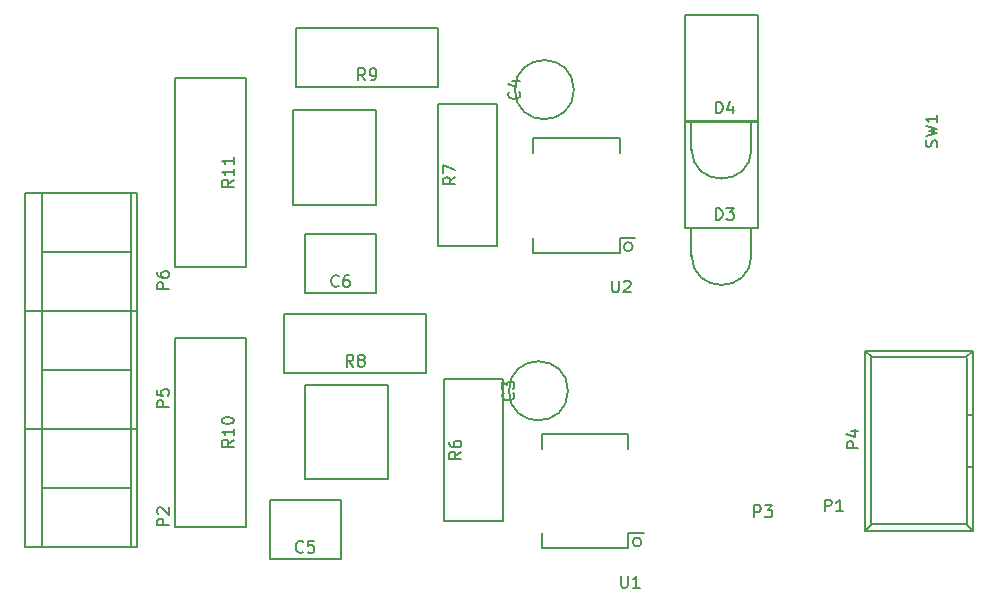
<source format=gto>
G04 #@! TF.FileFunction,Legend,Top*
%FSLAX46Y46*%
G04 Gerber Fmt 4.6, Leading zero omitted, Abs format (unit mm)*
G04 Created by KiCad (PCBNEW 4.0.4+dfsg1-stable) date Sun Feb  5 14:29:14 2017*
%MOMM*%
%LPD*%
G01*
G04 APERTURE LIST*
%ADD10C,0.100000*%
%ADD11C,0.150000*%
G04 APERTURE END LIST*
D10*
D11*
X72166000Y18652000D02*
X72166000Y4428000D01*
X71658000Y19160000D02*
X71658000Y3920000D01*
X80294000Y4428000D02*
X80294000Y18525000D01*
X80802000Y3920000D02*
X80802000Y19160000D01*
X80294000Y9340000D02*
X80745000Y9340000D01*
X80294000Y13740000D02*
X80780000Y13740000D01*
X71680000Y3920000D02*
X80780000Y3920000D01*
X72230000Y4460000D02*
X80230000Y4460000D01*
X71680000Y19160000D02*
X80780000Y19160000D01*
X72230000Y18600000D02*
X80230000Y18600000D01*
X71680000Y3920000D02*
X72230000Y4460000D01*
X71680000Y19160000D02*
X72230000Y18600000D01*
X80780000Y3920000D02*
X80230000Y4460000D01*
X80780000Y19160000D02*
X80230000Y18600000D01*
X56960000Y36130000D02*
X56960000Y38543000D01*
X62040000Y38543000D02*
X62040000Y36130000D01*
X56960000Y36257000D02*
G75*
G03X62040000Y36257000I2540000J0D01*
G01*
X62611500Y47560000D02*
X62611500Y38543000D01*
X62611500Y38543000D02*
X56388500Y38543000D01*
X56388500Y47560000D02*
X56388500Y38543000D01*
X56388500Y47560000D02*
X62611500Y47560000D01*
X46500000Y15750000D02*
G75*
G03X46500000Y15750000I-2500000J0D01*
G01*
X47000000Y41250000D02*
G75*
G03X47000000Y41250000I-2500000J0D01*
G01*
X21250000Y1500000D02*
X27250000Y1500000D01*
X27250000Y1500000D02*
X27250000Y6500000D01*
X27250000Y6500000D02*
X21250000Y6500000D01*
X21250000Y6500000D02*
X21250000Y1500000D01*
X24250000Y24000000D02*
X30250000Y24000000D01*
X30250000Y24000000D02*
X30250000Y29000000D01*
X30250000Y29000000D02*
X24250000Y29000000D01*
X24250000Y29000000D02*
X24250000Y24000000D01*
X2000000Y7500000D02*
X9500000Y7500000D01*
X9500000Y2500000D02*
X9500000Y12500000D01*
X2000000Y2500000D02*
X2000000Y12500000D01*
X6000000Y2500000D02*
X10000000Y2500000D01*
X10000000Y2500000D02*
X10000000Y12500000D01*
X10000000Y12500000D02*
X6000000Y12500000D01*
X6000000Y12500000D02*
X500000Y12500000D01*
X500000Y12500000D02*
X500000Y2500000D01*
X500000Y2500000D02*
X6000000Y2500000D01*
X2000000Y17500000D02*
X9500000Y17500000D01*
X9500000Y12500000D02*
X9500000Y22500000D01*
X2000000Y12500000D02*
X2000000Y22500000D01*
X6000000Y12500000D02*
X10000000Y12500000D01*
X10000000Y12500000D02*
X10000000Y22500000D01*
X10000000Y22500000D02*
X6000000Y22500000D01*
X6000000Y22500000D02*
X500000Y22500000D01*
X500000Y22500000D02*
X500000Y12500000D01*
X500000Y12500000D02*
X6000000Y12500000D01*
X2000000Y27500000D02*
X9500000Y27500000D01*
X9500000Y22500000D02*
X9500000Y32500000D01*
X2000000Y22500000D02*
X2000000Y32500000D01*
X6000000Y22500000D02*
X10000000Y22500000D01*
X10000000Y22500000D02*
X10000000Y32500000D01*
X10000000Y32500000D02*
X6000000Y32500000D01*
X6000000Y32500000D02*
X500000Y32500000D01*
X500000Y32500000D02*
X500000Y22500000D01*
X500000Y22500000D02*
X6000000Y22500000D01*
X36000000Y16750000D02*
X36000000Y4750000D01*
X36000000Y4750000D02*
X41000000Y4750000D01*
X41000000Y4750000D02*
X41000000Y16750000D01*
X41000000Y16750000D02*
X36000000Y16750000D01*
X35500000Y40000000D02*
X35500000Y28000000D01*
X35500000Y28000000D02*
X40500000Y28000000D01*
X40500000Y28000000D02*
X40500000Y40000000D01*
X40500000Y40000000D02*
X35500000Y40000000D01*
X22500000Y17250000D02*
X34500000Y17250000D01*
X34500000Y17250000D02*
X34500000Y22250000D01*
X34500000Y22250000D02*
X22500000Y22250000D01*
X22500000Y22250000D02*
X22500000Y17250000D01*
X23500000Y41500000D02*
X35500000Y41500000D01*
X35500000Y41500000D02*
X35500000Y46500000D01*
X35500000Y46500000D02*
X23500000Y46500000D01*
X23500000Y46500000D02*
X23500000Y41500000D01*
X19250000Y4250000D02*
X19250000Y20250000D01*
X19250000Y20250000D02*
X13250000Y20250000D01*
X13250000Y20250000D02*
X13250000Y4250000D01*
X13250000Y4250000D02*
X19250000Y4250000D01*
X19250000Y26250000D02*
X19250000Y42250000D01*
X19250000Y42250000D02*
X13250000Y42250000D01*
X13250000Y42250000D02*
X13250000Y26250000D01*
X13250000Y26250000D02*
X19250000Y26250000D01*
X52730789Y2950000D02*
G75*
G03X52730789Y2950000I-380789J0D01*
G01*
X51615000Y2455000D02*
X51615000Y3725000D01*
X44265000Y2455000D02*
X44265000Y3725000D01*
X44265000Y12125000D02*
X44265000Y10855000D01*
X51615000Y12125000D02*
X51615000Y10855000D01*
X51615000Y2455000D02*
X44265000Y2455000D01*
X51615000Y12125000D02*
X44265000Y12125000D01*
X51615000Y3725000D02*
X52900000Y3725000D01*
X51980789Y27950000D02*
G75*
G03X51980789Y27950000I-380789J0D01*
G01*
X50865000Y27455000D02*
X50865000Y28725000D01*
X43515000Y27455000D02*
X43515000Y28725000D01*
X43515000Y37125000D02*
X43515000Y35855000D01*
X50865000Y37125000D02*
X50865000Y35855000D01*
X50865000Y27455000D02*
X43515000Y27455000D01*
X50865000Y37125000D02*
X43515000Y37125000D01*
X50865000Y28725000D02*
X52150000Y28725000D01*
X24250000Y16250000D02*
X31250000Y16250000D01*
X31250000Y16250000D02*
X31250000Y8250000D01*
X31250000Y8250000D02*
X24250000Y8250000D01*
X24250000Y8250000D02*
X24250000Y16250000D01*
X23250000Y39500000D02*
X30250000Y39500000D01*
X30250000Y39500000D02*
X30250000Y31500000D01*
X30250000Y31500000D02*
X23250000Y31500000D01*
X23250000Y31500000D02*
X23250000Y39500000D01*
X56960000Y27130000D02*
X56960000Y29543000D01*
X62040000Y29543000D02*
X62040000Y27130000D01*
X56960000Y27257000D02*
G75*
G03X62040000Y27257000I2540000J0D01*
G01*
X62611500Y38560000D02*
X62611500Y29543000D01*
X62611500Y29543000D02*
X56388500Y29543000D01*
X56388500Y38560000D02*
X56388500Y29543000D01*
X56388500Y38560000D02*
X62611500Y38560000D01*
X71094381Y10928905D02*
X70094381Y10928905D01*
X70094381Y11309858D01*
X70142000Y11405096D01*
X70189619Y11452715D01*
X70284857Y11500334D01*
X70427714Y11500334D01*
X70522952Y11452715D01*
X70570571Y11405096D01*
X70618190Y11309858D01*
X70618190Y10928905D01*
X70427714Y12357477D02*
X71094381Y12357477D01*
X70046762Y12119381D02*
X70761048Y11881286D01*
X70761048Y12500334D01*
X59015905Y39233619D02*
X59015905Y40233619D01*
X59254000Y40233619D01*
X59396858Y40186000D01*
X59492096Y40090762D01*
X59539715Y39995524D01*
X59587334Y39805048D01*
X59587334Y39662190D01*
X59539715Y39471714D01*
X59492096Y39376476D01*
X59396858Y39281238D01*
X59254000Y39233619D01*
X59015905Y39233619D01*
X60444477Y39900286D02*
X60444477Y39233619D01*
X60206381Y40281238D02*
X59968286Y39566952D01*
X60587334Y39566952D01*
X41857143Y15583334D02*
X41904762Y15535715D01*
X41952381Y15392858D01*
X41952381Y15297620D01*
X41904762Y15154762D01*
X41809524Y15059524D01*
X41714286Y15011905D01*
X41523810Y14964286D01*
X41380952Y14964286D01*
X41190476Y15011905D01*
X41095238Y15059524D01*
X41000000Y15154762D01*
X40952381Y15297620D01*
X40952381Y15392858D01*
X41000000Y15535715D01*
X41047619Y15583334D01*
X40952381Y15916667D02*
X40952381Y16535715D01*
X41333333Y16202381D01*
X41333333Y16345239D01*
X41380952Y16440477D01*
X41428571Y16488096D01*
X41523810Y16535715D01*
X41761905Y16535715D01*
X41857143Y16488096D01*
X41904762Y16440477D01*
X41952381Y16345239D01*
X41952381Y16059524D01*
X41904762Y15964286D01*
X41857143Y15916667D01*
X42357143Y41083334D02*
X42404762Y41035715D01*
X42452381Y40892858D01*
X42452381Y40797620D01*
X42404762Y40654762D01*
X42309524Y40559524D01*
X42214286Y40511905D01*
X42023810Y40464286D01*
X41880952Y40464286D01*
X41690476Y40511905D01*
X41595238Y40559524D01*
X41500000Y40654762D01*
X41452381Y40797620D01*
X41452381Y40892858D01*
X41500000Y41035715D01*
X41547619Y41083334D01*
X41785714Y41940477D02*
X42452381Y41940477D01*
X41404762Y41702381D02*
X42119048Y41464286D01*
X42119048Y42083334D01*
X24083334Y2142857D02*
X24035715Y2095238D01*
X23892858Y2047619D01*
X23797620Y2047619D01*
X23654762Y2095238D01*
X23559524Y2190476D01*
X23511905Y2285714D01*
X23464286Y2476190D01*
X23464286Y2619048D01*
X23511905Y2809524D01*
X23559524Y2904762D01*
X23654762Y3000000D01*
X23797620Y3047619D01*
X23892858Y3047619D01*
X24035715Y3000000D01*
X24083334Y2952381D01*
X24988096Y3047619D02*
X24511905Y3047619D01*
X24464286Y2571429D01*
X24511905Y2619048D01*
X24607143Y2666667D01*
X24845239Y2666667D01*
X24940477Y2619048D01*
X24988096Y2571429D01*
X25035715Y2476190D01*
X25035715Y2238095D01*
X24988096Y2142857D01*
X24940477Y2095238D01*
X24845239Y2047619D01*
X24607143Y2047619D01*
X24511905Y2095238D01*
X24464286Y2142857D01*
X27083334Y24642857D02*
X27035715Y24595238D01*
X26892858Y24547619D01*
X26797620Y24547619D01*
X26654762Y24595238D01*
X26559524Y24690476D01*
X26511905Y24785714D01*
X26464286Y24976190D01*
X26464286Y25119048D01*
X26511905Y25309524D01*
X26559524Y25404762D01*
X26654762Y25500000D01*
X26797620Y25547619D01*
X26892858Y25547619D01*
X27035715Y25500000D01*
X27083334Y25452381D01*
X27940477Y25547619D02*
X27750000Y25547619D01*
X27654762Y25500000D01*
X27607143Y25452381D01*
X27511905Y25309524D01*
X27464286Y25119048D01*
X27464286Y24738095D01*
X27511905Y24642857D01*
X27559524Y24595238D01*
X27654762Y24547619D01*
X27845239Y24547619D01*
X27940477Y24595238D01*
X27988096Y24642857D01*
X28035715Y24738095D01*
X28035715Y24976190D01*
X27988096Y25071429D01*
X27940477Y25119048D01*
X27845239Y25166667D01*
X27654762Y25166667D01*
X27559524Y25119048D01*
X27511905Y25071429D01*
X27464286Y24976190D01*
X68261905Y5547619D02*
X68261905Y6547619D01*
X68642858Y6547619D01*
X68738096Y6500000D01*
X68785715Y6452381D01*
X68833334Y6357143D01*
X68833334Y6214286D01*
X68785715Y6119048D01*
X68738096Y6071429D01*
X68642858Y6023810D01*
X68261905Y6023810D01*
X69785715Y5547619D02*
X69214286Y5547619D01*
X69500000Y5547619D02*
X69500000Y6547619D01*
X69404762Y6404762D01*
X69309524Y6309524D01*
X69214286Y6261905D01*
X12702381Y4361905D02*
X11702381Y4361905D01*
X11702381Y4742858D01*
X11750000Y4838096D01*
X11797619Y4885715D01*
X11892857Y4933334D01*
X12035714Y4933334D01*
X12130952Y4885715D01*
X12178571Y4838096D01*
X12226190Y4742858D01*
X12226190Y4361905D01*
X11797619Y5314286D02*
X11750000Y5361905D01*
X11702381Y5457143D01*
X11702381Y5695239D01*
X11750000Y5790477D01*
X11797619Y5838096D01*
X11892857Y5885715D01*
X11988095Y5885715D01*
X12130952Y5838096D01*
X12702381Y5266667D01*
X12702381Y5885715D01*
X62261905Y5047619D02*
X62261905Y6047619D01*
X62642858Y6047619D01*
X62738096Y6000000D01*
X62785715Y5952381D01*
X62833334Y5857143D01*
X62833334Y5714286D01*
X62785715Y5619048D01*
X62738096Y5571429D01*
X62642858Y5523810D01*
X62261905Y5523810D01*
X63166667Y6047619D02*
X63785715Y6047619D01*
X63452381Y5666667D01*
X63595239Y5666667D01*
X63690477Y5619048D01*
X63738096Y5571429D01*
X63785715Y5476190D01*
X63785715Y5238095D01*
X63738096Y5142857D01*
X63690477Y5095238D01*
X63595239Y5047619D01*
X63309524Y5047619D01*
X63214286Y5095238D01*
X63166667Y5142857D01*
X12702381Y14361905D02*
X11702381Y14361905D01*
X11702381Y14742858D01*
X11750000Y14838096D01*
X11797619Y14885715D01*
X11892857Y14933334D01*
X12035714Y14933334D01*
X12130952Y14885715D01*
X12178571Y14838096D01*
X12226190Y14742858D01*
X12226190Y14361905D01*
X11702381Y15838096D02*
X11702381Y15361905D01*
X12178571Y15314286D01*
X12130952Y15361905D01*
X12083333Y15457143D01*
X12083333Y15695239D01*
X12130952Y15790477D01*
X12178571Y15838096D01*
X12273810Y15885715D01*
X12511905Y15885715D01*
X12607143Y15838096D01*
X12654762Y15790477D01*
X12702381Y15695239D01*
X12702381Y15457143D01*
X12654762Y15361905D01*
X12607143Y15314286D01*
X12702381Y24361905D02*
X11702381Y24361905D01*
X11702381Y24742858D01*
X11750000Y24838096D01*
X11797619Y24885715D01*
X11892857Y24933334D01*
X12035714Y24933334D01*
X12130952Y24885715D01*
X12178571Y24838096D01*
X12226190Y24742858D01*
X12226190Y24361905D01*
X11702381Y25790477D02*
X11702381Y25600000D01*
X11750000Y25504762D01*
X11797619Y25457143D01*
X11940476Y25361905D01*
X12130952Y25314286D01*
X12511905Y25314286D01*
X12607143Y25361905D01*
X12654762Y25409524D01*
X12702381Y25504762D01*
X12702381Y25695239D01*
X12654762Y25790477D01*
X12607143Y25838096D01*
X12511905Y25885715D01*
X12273810Y25885715D01*
X12178571Y25838096D01*
X12130952Y25790477D01*
X12083333Y25695239D01*
X12083333Y25504762D01*
X12130952Y25409524D01*
X12178571Y25361905D01*
X12273810Y25314286D01*
X37452381Y10583334D02*
X36976190Y10250000D01*
X37452381Y10011905D02*
X36452381Y10011905D01*
X36452381Y10392858D01*
X36500000Y10488096D01*
X36547619Y10535715D01*
X36642857Y10583334D01*
X36785714Y10583334D01*
X36880952Y10535715D01*
X36928571Y10488096D01*
X36976190Y10392858D01*
X36976190Y10011905D01*
X36452381Y11440477D02*
X36452381Y11250000D01*
X36500000Y11154762D01*
X36547619Y11107143D01*
X36690476Y11011905D01*
X36880952Y10964286D01*
X37261905Y10964286D01*
X37357143Y11011905D01*
X37404762Y11059524D01*
X37452381Y11154762D01*
X37452381Y11345239D01*
X37404762Y11440477D01*
X37357143Y11488096D01*
X37261905Y11535715D01*
X37023810Y11535715D01*
X36928571Y11488096D01*
X36880952Y11440477D01*
X36833333Y11345239D01*
X36833333Y11154762D01*
X36880952Y11059524D01*
X36928571Y11011905D01*
X37023810Y10964286D01*
X36952381Y33833334D02*
X36476190Y33500000D01*
X36952381Y33261905D02*
X35952381Y33261905D01*
X35952381Y33642858D01*
X36000000Y33738096D01*
X36047619Y33785715D01*
X36142857Y33833334D01*
X36285714Y33833334D01*
X36380952Y33785715D01*
X36428571Y33738096D01*
X36476190Y33642858D01*
X36476190Y33261905D01*
X35952381Y34166667D02*
X35952381Y34833334D01*
X36952381Y34404762D01*
X28333334Y17797619D02*
X28000000Y18273810D01*
X27761905Y17797619D02*
X27761905Y18797619D01*
X28142858Y18797619D01*
X28238096Y18750000D01*
X28285715Y18702381D01*
X28333334Y18607143D01*
X28333334Y18464286D01*
X28285715Y18369048D01*
X28238096Y18321429D01*
X28142858Y18273810D01*
X27761905Y18273810D01*
X28904762Y18369048D02*
X28809524Y18416667D01*
X28761905Y18464286D01*
X28714286Y18559524D01*
X28714286Y18607143D01*
X28761905Y18702381D01*
X28809524Y18750000D01*
X28904762Y18797619D01*
X29095239Y18797619D01*
X29190477Y18750000D01*
X29238096Y18702381D01*
X29285715Y18607143D01*
X29285715Y18559524D01*
X29238096Y18464286D01*
X29190477Y18416667D01*
X29095239Y18369048D01*
X28904762Y18369048D01*
X28809524Y18321429D01*
X28761905Y18273810D01*
X28714286Y18178571D01*
X28714286Y17988095D01*
X28761905Y17892857D01*
X28809524Y17845238D01*
X28904762Y17797619D01*
X29095239Y17797619D01*
X29190477Y17845238D01*
X29238096Y17892857D01*
X29285715Y17988095D01*
X29285715Y18178571D01*
X29238096Y18273810D01*
X29190477Y18321429D01*
X29095239Y18369048D01*
X29333334Y42047619D02*
X29000000Y42523810D01*
X28761905Y42047619D02*
X28761905Y43047619D01*
X29142858Y43047619D01*
X29238096Y43000000D01*
X29285715Y42952381D01*
X29333334Y42857143D01*
X29333334Y42714286D01*
X29285715Y42619048D01*
X29238096Y42571429D01*
X29142858Y42523810D01*
X28761905Y42523810D01*
X29809524Y42047619D02*
X30000000Y42047619D01*
X30095239Y42095238D01*
X30142858Y42142857D01*
X30238096Y42285714D01*
X30285715Y42476190D01*
X30285715Y42857143D01*
X30238096Y42952381D01*
X30190477Y43000000D01*
X30095239Y43047619D01*
X29904762Y43047619D01*
X29809524Y43000000D01*
X29761905Y42952381D01*
X29714286Y42857143D01*
X29714286Y42619048D01*
X29761905Y42523810D01*
X29809524Y42476190D01*
X29904762Y42428571D01*
X30095239Y42428571D01*
X30190477Y42476190D01*
X30238096Y42523810D01*
X30285715Y42619048D01*
X18202381Y11607143D02*
X17726190Y11273809D01*
X18202381Y11035714D02*
X17202381Y11035714D01*
X17202381Y11416667D01*
X17250000Y11511905D01*
X17297619Y11559524D01*
X17392857Y11607143D01*
X17535714Y11607143D01*
X17630952Y11559524D01*
X17678571Y11511905D01*
X17726190Y11416667D01*
X17726190Y11035714D01*
X18202381Y12559524D02*
X18202381Y11988095D01*
X18202381Y12273809D02*
X17202381Y12273809D01*
X17345238Y12178571D01*
X17440476Y12083333D01*
X17488095Y11988095D01*
X17202381Y13178571D02*
X17202381Y13273810D01*
X17250000Y13369048D01*
X17297619Y13416667D01*
X17392857Y13464286D01*
X17583333Y13511905D01*
X17821429Y13511905D01*
X18011905Y13464286D01*
X18107143Y13416667D01*
X18154762Y13369048D01*
X18202381Y13273810D01*
X18202381Y13178571D01*
X18154762Y13083333D01*
X18107143Y13035714D01*
X18011905Y12988095D01*
X17821429Y12940476D01*
X17583333Y12940476D01*
X17392857Y12988095D01*
X17297619Y13035714D01*
X17250000Y13083333D01*
X17202381Y13178571D01*
X18202381Y33607143D02*
X17726190Y33273809D01*
X18202381Y33035714D02*
X17202381Y33035714D01*
X17202381Y33416667D01*
X17250000Y33511905D01*
X17297619Y33559524D01*
X17392857Y33607143D01*
X17535714Y33607143D01*
X17630952Y33559524D01*
X17678571Y33511905D01*
X17726190Y33416667D01*
X17726190Y33035714D01*
X18202381Y34559524D02*
X18202381Y33988095D01*
X18202381Y34273809D02*
X17202381Y34273809D01*
X17345238Y34178571D01*
X17440476Y34083333D01*
X17488095Y33988095D01*
X18202381Y35511905D02*
X18202381Y34940476D01*
X18202381Y35226190D02*
X17202381Y35226190D01*
X17345238Y35130952D01*
X17440476Y35035714D01*
X17488095Y34940476D01*
X77734762Y36396667D02*
X77782381Y36539524D01*
X77782381Y36777620D01*
X77734762Y36872858D01*
X77687143Y36920477D01*
X77591905Y36968096D01*
X77496667Y36968096D01*
X77401429Y36920477D01*
X77353810Y36872858D01*
X77306190Y36777620D01*
X77258571Y36587143D01*
X77210952Y36491905D01*
X77163333Y36444286D01*
X77068095Y36396667D01*
X76972857Y36396667D01*
X76877619Y36444286D01*
X76830000Y36491905D01*
X76782381Y36587143D01*
X76782381Y36825239D01*
X76830000Y36968096D01*
X76782381Y37301429D02*
X77782381Y37539524D01*
X77068095Y37730001D01*
X77782381Y37920477D01*
X76782381Y38158572D01*
X77782381Y39063334D02*
X77782381Y38491905D01*
X77782381Y38777619D02*
X76782381Y38777619D01*
X76925238Y38682381D01*
X77020476Y38587143D01*
X77068095Y38491905D01*
X50988095Y77619D02*
X50988095Y-731905D01*
X51035714Y-827143D01*
X51083333Y-874762D01*
X51178571Y-922381D01*
X51369048Y-922381D01*
X51464286Y-874762D01*
X51511905Y-827143D01*
X51559524Y-731905D01*
X51559524Y77619D01*
X52559524Y-922381D02*
X51988095Y-922381D01*
X52273809Y-922381D02*
X52273809Y77619D01*
X52178571Y-65238D01*
X52083333Y-160476D01*
X51988095Y-208095D01*
X50238095Y25077619D02*
X50238095Y24268095D01*
X50285714Y24172857D01*
X50333333Y24125238D01*
X50428571Y24077619D01*
X50619048Y24077619D01*
X50714286Y24125238D01*
X50761905Y24172857D01*
X50809524Y24268095D01*
X50809524Y25077619D01*
X51238095Y24982381D02*
X51285714Y25030000D01*
X51380952Y25077619D01*
X51619048Y25077619D01*
X51714286Y25030000D01*
X51761905Y24982381D01*
X51809524Y24887143D01*
X51809524Y24791905D01*
X51761905Y24649048D01*
X51190476Y24077619D01*
X51809524Y24077619D01*
X59015905Y30233619D02*
X59015905Y31233619D01*
X59254000Y31233619D01*
X59396858Y31186000D01*
X59492096Y31090762D01*
X59539715Y30995524D01*
X59587334Y30805048D01*
X59587334Y30662190D01*
X59539715Y30471714D01*
X59492096Y30376476D01*
X59396858Y30281238D01*
X59254000Y30233619D01*
X59015905Y30233619D01*
X59920667Y31233619D02*
X60539715Y31233619D01*
X60206381Y30852667D01*
X60349239Y30852667D01*
X60444477Y30805048D01*
X60492096Y30757429D01*
X60539715Y30662190D01*
X60539715Y30424095D01*
X60492096Y30328857D01*
X60444477Y30281238D01*
X60349239Y30233619D01*
X60063524Y30233619D01*
X59968286Y30281238D01*
X59920667Y30328857D01*
M02*

</source>
